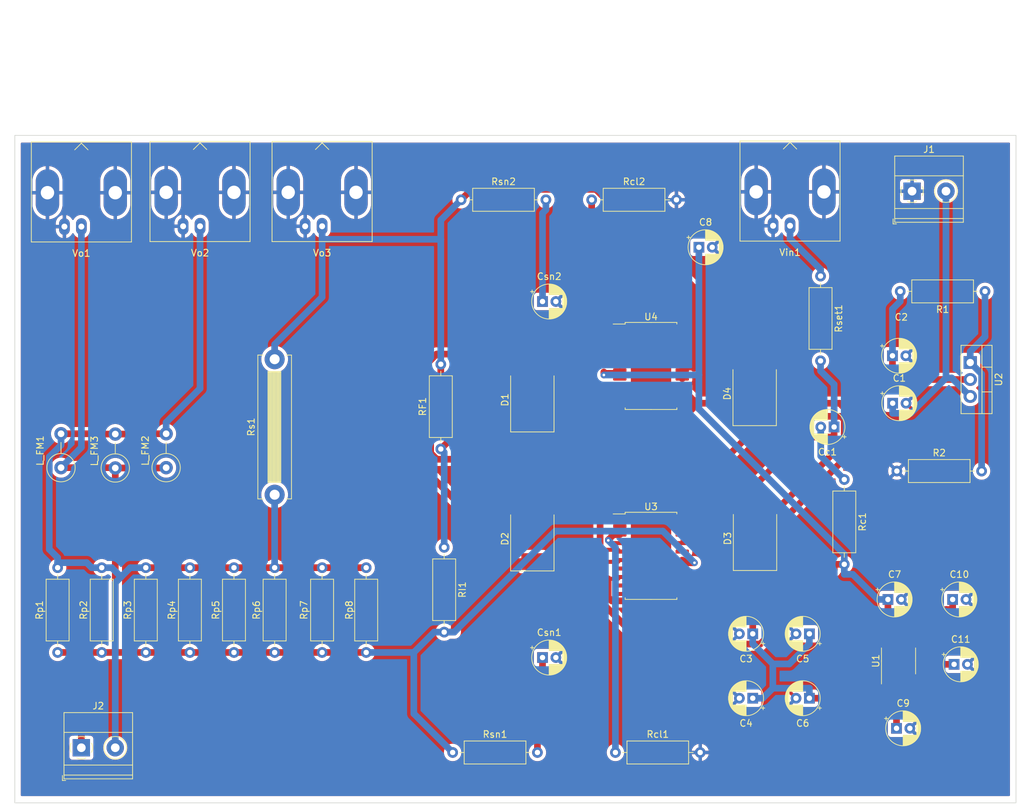
<source format=kicad_pcb>
(kicad_pcb (version 20211014) (generator pcbnew)
  (layers (0 "F.Cu" signal) (31 "B.Cu" signal) (34 "B.Paste" user) (35 "F.Paste" user) (36 "B.SilkS" user "B.Silkscreen") (37 "F.SilkS" user "F.Silkscreen") (38 "B.Mask" user) (39 "F.Mask" user) (44 "Edge.Cuts" user))
  (net 0 "")
  (net 1 "Net-(C1-Pad1)")
  (net 2 "GND")
  (net 3 "Vcc")
  (net 4 "Vref")
  (net 5 "Net-(C10-Pad1)")
  (net 6 "Imon")
  (net 7 "Net-(Cc1-Pad2)")
  (net 8 "Net-(Csn1-Pad1)")
  (net 9 "Net-(Csn2-Pad1)")
  (net 10 "Vm1")
  (net 11 "Vm3")
  (net 12 "Vm2")
  (net 13 "Net-(R1-Pad1)")
  (net 14 "Net-(Rcl1-Pad1)")
  (net 15 "Net-(Rcl2-Pad1)")
  (net 16 "unconnected-(RF1-Pad1)")
  (net 17 "Net-(Rset1-Pad1)")
  (net 27 "Net-(U4-Pad1)")
  (footprint "Diode_SMD:D_SMC" (layer "F.Cu") (at 150.876 113.792 90)
    (fp_text reference "D2" (at 0 -4.1 90) (layer "F.SilkS"))
    (fp_text value "0.35V")
    (pad "1" smd rect (at -3.4 0 180) (size 3.3 2.5) (layers "F.Cu" "F.Paste" "F.Mask") (net 10 "Vm1"))
    (pad "2" smd rect (at 3.4 0 180) (size 3.3 2.5) (layers "F.Cu" "F.Paste" "F.Mask") (net 2 "GND"))
  )
  (footprint "Inductor_THT:L_Axial_L9.5mm_D4.0mm_P5.08mm_Vertical_Fastron_SMCC" (layer "F.Cu") (at 88.392 103.172 90)
    (fp_text reference "L_FM3" (at 2.54 -3.12 90) (layer "F.SilkS"))
    (fp_text value "0.1mH")
    (pad "1" thru_hole circle (at 0 0 90) (size 2 2) (drill 1) (layers *.Cu *.Mask) (net 10 "Vm1"))
    (pad "2" thru_hole oval (at 5.08 0 90) (size 2 2) (drill 1) (layers *.Cu *.Mask) (net 12 "Vm2"))
  )
  (footprint "Resistor_THT:R_Axial_DIN0309_L9.0mm_D3.2mm_P12.70mm_Horizontal" (layer "F.Cu") (at 194.056 74.422 -90)
    (fp_text reference "Rset1" (at 6.35 -2.72 90) (layer "F.SilkS"))
    (fp_text value "475")
    (pad "1" thru_hole circle (at 0 0 270) (size 1.6 1.6) (drill 0.8) (layers *.Cu *.Mask) (net 17 "Net-(Rset1-Pad1)"))
    (pad "2" thru_hole oval (at 12.7 0 270) (size 1.6 1.6) (drill 0.8) (layers *.Cu *.Mask) (net 6 "Imon"))
  )
  (footprint "Connector_Coaxial:BNC_Amphenol_B6252HB-NPP3G-50_Horizontal" (layer "F.Cu") (at 101.092 66.958)
    (fp_text reference "Vo2" (at 0 4) (layer "F.SilkS"))
    (fp_text value "Output")
    (pad "1" thru_hole oval (at 0 0) (size 1.6 2.5) (drill 0.89) (layers *.Cu *.Mask) (net 12 "Vm2"))
    (pad "2" thru_hole oval (at -2.54 0) (size 1.6 2.5) (drill 0.89) (layers *.Cu *.Mask) (net 2 "GND"))
    (pad "2" thru_hole oval (at -5.08 -5.08) (size 3.5 7) (drill 2.01) (layers *.Cu *.Mask) (net 2 "GND"))
    (pad "2" thru_hole oval (at 5.08 -5.08) (size 3.5 7) (drill 2.01) (layers *.Cu *.Mask) (net 2 "GND"))
  )
  (footprint "Inductor_THT:L_Axial_L9.5mm_D4.0mm_P5.08mm_Vertical_Fastron_SMCC" (layer "F.Cu") (at 80.264 103.124 90)
    (fp_text reference "L_FM1" (at 2.54 -3.12 90) (layer "F.SilkS"))
    (fp_text value "0.1mH")
    (pad "1" thru_hole circle (at 0 0 90) (size 2 2) (drill 1) (layers *.Cu *.Mask) (net 10 "Vm1"))
    (pad "2" thru_hole oval (at 5.08 0 90) (size 2 2) (drill 1) (layers *.Cu *.Mask) (net 12 "Vm2"))
  )
  (footprint "Capacitor_THT:CP_Radial_D5.0mm_P2.00mm" (layer "F.Cu") (at 205.4352 142.175)
    (fp_text reference "C9" (at 1 -3.75) (layer "F.SilkS"))
    (fp_text value "1uF")
    (pad "1" thru_hole rect (at 0 0) (size 1.6 1.6) (drill 0.8) (layers *.Cu *.Mask) (net 3 "Vcc"))
    (pad "2" thru_hole circle (at 2 0) (size 1.6 1.6) (drill 0.8) (layers *.Cu *.Mask) (net 2 "GND"))
  )
  (footprint "Capacitor_THT:CP_Radial_D5.0mm_P2.00mm" (layer "F.Cu") (at 192.3813 137.668 180)
    (fp_text reference "C6" (at 1 -3.75) (layer "F.SilkS"))
    (fp_text value "47uF")
    (pad "1" thru_hole rect (at 0 0 180) (size 1.6 1.6) (drill 0.8) (layers *.Cu *.Mask) (net 3 "Vcc"))
    (pad "2" thru_hole circle (at 2 0 180) (size 1.6 1.6) (drill 0.8) (layers *.Cu *.Mask) (net 2 "GND"))
  )
  (footprint "Package_TO_SOT_THT:TO-220-3_Vertical" (layer "F.Cu") (at 216.479 87.376 -90)
    (fp_text reference "U2" (at 2.54 -4.27 90) (layer "F.SilkS"))
    (fp_text value "LM317_TO-220")
    (pad "1" thru_hole rect (at 0 0 270) (size 1.905 2) (drill 1.1) (layers *.Cu *.Mask) (net 13 "Net-(R1-Pad1)"))
    (pad "2" thru_hole oval (at 2.54 0 270) (size 1.905 2) (drill 1.1) (layers *.Cu *.Mask) (net 3 "Vcc"))
    (pad "3" thru_hole oval (at 5.08 0 270) (size 1.905 2) (drill 1.1) (layers *.Cu *.Mask) (net 1 "Net-(C1-Pad1)"))
  )
  (footprint "Resistor_THT:R_Axial_DIN0309_L9.0mm_D3.2mm_P12.70mm_Horizontal" (layer "F.Cu") (at 163.322 145.796)
    (fp_text reference "Rcl1" (at 6.35 -2.72) (layer "F.SilkS"))
    (fp_text value "5.49k")
    (pad "1" thru_hole circle (at 0 0) (size 1.6 1.6) (drill 0.8) (layers *.Cu *.Mask) (net 14 "Net-(Rcl1-Pad1)"))
    (pad "2" thru_hole oval (at 12.7 0) (size 1.6 1.6) (drill 0.8) (layers *.Cu *.Mask) (net 2 "GND"))
  )
  (footprint "Resistor_THT:R_Axial_DIN0309_L9.0mm_D3.2mm_P12.70mm_Horizontal" (layer "F.Cu") (at 197.612 104.902 -90)
    (fp_text reference "Rc1" (at 6.35 -2.72 90) (layer "F.SilkS"))
    (fp_text value "249")
    (pad "1" thru_hole circle (at 0 0 270) (size 1.6 1.6) (drill 0.8) (layers *.Cu *.Mask) (net 7 "Net-(Cc1-Pad2)"))
    (pad "2" thru_hole oval (at 12.7 0 270) (size 1.6 1.6) (drill 0.8) (layers *.Cu *.Mask) (net 4 "Vref"))
  )
  (footprint "Resistor_THT:R_Axial_DIN0309_L9.0mm_D3.2mm_P12.70mm_Horizontal" (layer "F.Cu") (at 112.268 130.81 90)
    (fp_text reference "Rp6" (at 6.35 -2.72 90) (layer "F.SilkS"))
    (fp_text value "1")
    (pad "1" thru_hole circle (at 0 0 90) (size 1.6 1.6) (drill 0.8) (layers *.Cu *.Mask) (net 10 "Vm1"))
    (pad "2" thru_hole oval (at 12.7 0 90) (size 1.6 1.6) (drill 0.8) (layers *.Cu *.Mask) (net 12 "Vm2"))
  )
  (footprint "Diode_SMD:D_SMC" (layer "F.Cu") (at 150.876 92.964 90)
    (fp_text reference "D1" (at 0 -4.1 90) (layer "F.SilkS"))
    (fp_text value "0.35V")
    (pad "1" smd rect (at -3.4 0 180) (size 3.3 2.5) (layers "F.Cu" "F.Paste" "F.Mask") (net 3 "Vcc"))
    (pad "2" smd rect (at 3.4 0 180) (size 3.3 2.5) (layers "F.Cu" "F.Paste" "F.Mask") (net 10 "Vm1"))
  )
  (footprint "Capacitor_THT:CP_Radial_D5.0mm_P2.00mm" (layer "F.Cu") (at 204.8618 93.472)
    (fp_text reference "C1" (at 1 -3.75) (layer "F.SilkS"))
    (fp_text value "47uF")
    (pad "1" thru_hole rect (at 0 0) (size 1.6 1.6) (drill 0.8) (layers *.Cu *.Mask) (net 1 "Net-(C1-Pad1)"))
    (pad "2" thru_hole circle (at 2 0) (size 1.6 1.6) (drill 0.8) (layers *.Cu *.Mask) (net 2 "GND"))
  )
  (footprint "Resistor_THT:R_Bare_Metal_Element_L21.3mm_W4.8mm_P20.30mm" (layer "F.Cu") (at 112.268 107.178 90)
    (fp_text reference "Rs1" (at 10.15 -3.52 90) (layer "F.SilkS"))
    (fp_text value "4")
    (pad "1" thru_hole circle (at 0 0 90) (size 3 3) (drill 1.5) (layers *.Cu *.Mask) (net 12 "Vm2"))
    (pad "2" thru_hole oval (at 20.3 0 90) (size 3 3) (drill 1.5) (layers *.Cu *.Mask) (net 11 "Vm3"))
  )
  (footprint "Package_SO:SO-20-1EP_7.52x12.825mm_P1.27mm_EP6.045x12.09mm_Mask3.56x4.47mm" (layer "F.Cu") (at 168.656 116.332)
    (fp_text reference "U3" (at 0 -7.36) (layer "F.SilkS"))
    (fp_text value "OPA569DWP")
    (pad "1" smd roundrect (at -4.675 -5.715) (size 2 0.6) (layers "F.Cu" "F.Paste" "F.Mask") (net 2 "GND"))
    (pad "2" smd roundrect (at -4.675 -4.445) (size 2 0.6) (layers "F.Cu" "F.Paste" "F.Mask"))
    (pad "3" smd roundrect (at -4.675 -3.175) (size 2 0.6) (layers "F.Cu" "F.Paste" "F.Mask") (net 14 "Net-(Rcl1-Pad1)"))
    (pad "4" smd roundrect (at -4.675 -1.905) (size 2 0.6) (layers "F.Cu" "F.Paste" "F.Mask"))
    (pad "5" smd roundrect (at -4.675 -0.635) (size 2 0.6) (layers "F.Cu" "F.Paste" "F.Mask") (net 6 "Imon"))
    (pad "6" smd roundrect (at -4.675 0.635) (size 2 0.6) (layers "F.Cu" "F.Paste" "F.Mask") (net 4 "Vref"))
    (pad "7" smd roundrect (at -4.675 1.905) (size 2 0.6) (layers "F.Cu" "F.Paste" "F.Mask"))
    (pad "8" smd roundrect (at -4.675 3.175) (size 2 0.6) (layers "F.Cu" "F.Paste" "F.Mask") (net 3 "Vcc"))
    (pad "9" smd roundrect (at -4.675 4.445) (size 2 0.6) (layers "F.Cu" "F.Paste" "F.Mask"))
    (pad "10" smd roundrect (at -4.675 5.715) (size 2 0.6) (layers "F.Cu" "F.Paste" "F.Mask") (net 2 "GND"))
    (pad "11" smd roundrect (at 4.675 5.715) (size 2 0.6) (layers "F.Cu" "F.Paste" "F.Mask") (net 2 "GND"))
    (pad "12" smd roundrect (at 4.675 4.445) (size 2 0.6) (layers "F.Cu" "F.Paste" "F.Mask") (net 3 "Vcc"))
    (pad "13" smd roundrect (at 4.675 3.175) (size 2 0.6) (layers "F.Cu" "F.Paste" "F.Mask") (net 3 "Vcc"))
    (pad "14" smd roundrect (at 4.675 1.905) (size 2 0.6) (layers "F.Cu" "F.Paste" "F.Mask") (net 10 "Vm1"))
    (pad "15" smd roundrect (at 4.675 0.635) (size 2 0.6) (layers "F.Cu" "F.Paste" "F.Mask") (net 10 "Vm1"))
    (pad "16" smd roundrect (at 4.675 -0.635) (size 2 0.6) (layers "F.Cu" "F.Paste" "F.Mask"))
    (pad "17" smd roundrect (at 4.675 -1.905) (size 2 0.6) (layers "F.Cu" "F.Paste" "F.Mask") (net 2 "GND"))
    (pad "18" smd roundrect (at 4.675 -3.175) (size 2 0.6) (layers "F.Cu" "F.Paste" "F.Mask") (net 2 "GND"))
    (pad "19" smd roundrect (at 4.675 -4.445) (size 2 0.6) (layers "F.Cu" "F.Paste" "F.Mask") (net 6 "Imon"))
    (pad "20" smd roundrect (at 4.675 -5.715) (size 2 0.6) (layers "F.Cu" "F.Paste" "F.Mask") (net 2 "GND"))
    (pad "21" smd roundrect (at 0 0) (size 6.045 12.09) (layers "F.Cu") (roundrect_rratio 0.041356) (net 2 "GND"))
  )
  (footprint "Capacitor_THT:CP_Radial_D5.0mm_P2.00mm" (layer "F.Cu") (at 152.4 131.572)
    (fp_text reference "Csn1" (at 1 -3.75) (layer "F.SilkS"))
    (fp_text value "0.01uF")
    (pad "1" thru_hole rect (at 0 0) (size 1.6 1.6) (drill 0.8) (layers *.Cu *.Mask) (net 8 "Net-(Csn1-Pad1)"))
    (pad "2" thru_hole circle (at 2 0) (size 1.6 1.6) (drill 0.8) (layers *.Cu *.Mask) (net 2 "GND"))
  )
  (footprint "Inductor_THT:L_Axial_L9.5mm_D4.0mm_P5.08mm_Vertical_Fastron_SMCC" (layer "F.Cu") (at 96.012 103.124 90)
    (fp_text reference "L_FM2" (at 2.54 -3.12 90) (layer "F.SilkS"))
    (fp_text value "0.1mH")
    (pad "1" thru_hole circle (at 0 0 90) (size 2 2) (drill 1) (layers *.Cu *.Mask) (net 10 "Vm1"))
    (pad "2" thru_hole oval (at 5.08 0 90) (size 2 2) (drill 1) (layers *.Cu *.Mask) (net 12 "Vm2"))
  )
  (footprint "Resistor_THT:R_Axial_DIN0309_L9.0mm_D3.2mm_P12.70mm_Horizontal" (layer "F.Cu") (at 86.36 130.81 90)
    (fp_text reference "Rp2" (at 6.35 -2.72 90) (layer "F.SilkS"))
    (fp_text value "1")
    (pad "1" thru_hole circle (at 0 0 90) (size 1.6 1.6) (drill 0.8) (layers *.Cu *.Mask) (net 10 "Vm1"))
    (pad "2" thru_hole oval (at 12.7 0 90) (size 1.6 1.6) (drill 0.8) (layers *.Cu *.Mask) (net 12 "Vm2"))
  )
  (footprint "Resistor_THT:R_Axial_DIN0309_L9.0mm_D3.2mm_P12.70mm_Horizontal" (layer "F.Cu") (at 125.984 130.81 90)
    (fp_text reference "Rp8" (at 6.35 -2.54 90) (layer "F.SilkS"))
    (fp_text value "1")
    (pad "1" thru_hole circle (at 0 0 90) (size 1.6 1.6) (drill 0.8) (layers *.Cu *.Mask) (net 10 "Vm1"))
    (pad "2" thru_hole oval (at 12.7 0 90) (size 1.6 1.6) (drill 0.8) (layers *.Cu *.Mask) (net 12 "Vm2"))
  )
  (footprint "Resistor_THT:R_Axial_DIN0309_L9.0mm_D3.2mm_P12.70mm_Horizontal" (layer "F.Cu") (at 99.568 130.81 90)
    (fp_text reference "Rp4" (at 6.35 -2.72 90) (layer "F.SilkS"))
    (fp_text value "1")
    (pad "1" thru_hole circle (at 0 0 90) (size 1.6 1.6) (drill 0.8) (layers *.Cu *.Mask) (net 10 "Vm1"))
    (pad "2" thru_hole oval (at 12.7 0 90) (size 1.6 1.6) (drill 0.8) (layers *.Cu *.Mask) (net 12 "Vm2"))
  )
  (footprint "Capacitor_THT:CP_Radial_D5.0mm_P2.00mm" (layer "F.Cu") (at 175.8289 70.104)
    (fp_text reference "C8" (at 1 -3.75) (layer "F.SilkS"))
    (fp_text value "0.1uF")
    (pad "1" thru_hole rect (at 0 0) (size 1.6 1.6) (drill 0.8) (layers *.Cu *.Mask) (net 4 "Vref"))
    (pad "2" thru_hole circle (at 2 0) (size 1.6 1.6) (drill 0.8) (layers *.Cu *.Mask) (net 2 "GND"))
  )
  (footprint "Resistor_THT:R_Axial_DIN0309_L9.0mm_D3.2mm_P12.70mm_Horizontal" (layer "F.Cu") (at 140.208 62.992)
    (fp_text reference "Rsn2" (at 6.35 -2.72) (layer "F.SilkS"))
    (fp_text value "10")
    (pad "1" thru_hole circle (at 0 0) (size 1.6 1.6) (drill 0.8) (layers *.Cu *.Mask) (net 11 "Vm3"))
    (pad "2" thru_hole oval (at 12.7 0) (size 1.6 1.6) (drill 0.8) (layers *.Cu *.Mask) (net 9 "Net-(Csn2-Pad1)"))
  )
  (footprint "Capacitor_THT:CP_Radial_D5.0mm_P2.00mm" (layer "F.Cu") (at 192.3813 128.016 180)
    (fp_text reference "C5" (at 1 -3.75) (layer "F.SilkS"))
    (fp_text value "0.1uF")
    (pad "1" thru_hole rect (at 0 0 180) (size 1.6 1.6) (drill 0.8) (layers *.Cu *.Mask) (net 3 "Vcc"))
    (pad "2" thru_hole circle (at 2 0 180) (size 1.6 1.6) (drill 0.8) (layers *.Cu *.Mask) (net 2 "GND"))
  )
  (footprint "Diode_SMD:D_SMC" (layer "F.Cu") (at 184.2384 113.7314 90)
    (fp_text reference "D3" (at 0 -4.1 90) (layer "F.SilkS"))
    (fp_text value "0.35V")
    (pad "1" smd rect (at -3.4 0 180) (size 3.3 2.5) (layers "F.Cu" "F.Paste" "F.Mask") (net 3 "Vcc"))
    (pad "2" smd rect (at 3.4 0 180) (size 3.3 2.5) (layers "F.Cu" "F.Paste" "F.Mask") (net 11 "Vm3"))
  )
  (footprint "Resistor_THT:R_Axial_DIN0309_L9.0mm_D3.2mm_P12.70mm_Horizontal" (layer "F.Cu") (at 138.938 145.796)
    (fp_text reference "Rsn1" (at 6.35 -2.72) (layer "F.SilkS"))
    (fp_text value "10")
    (pad "1" thru_hole circle (at 0 0) (size 1.6 1.6) (drill 0.8) (layers *.Cu *.Mask) (net 10 "Vm1"))
    (pad "2" thru_hole oval (at 12.7 0) (size 1.6 1.6) (drill 0.8) (layers *.Cu *.Mask) (net 8 "Net-(Csn1-Pad1)"))
  )
  (footprint "Resistor_THT:R_Axial_DIN0309_L9.0mm_D3.2mm_P12.70mm_Horizontal" (layer "F.Cu") (at 119.38 130.81 90)
    (fp_text reference "Rp7" (at 6.35 -2.72 90) (layer "F.SilkS"))
    (fp_text value "1")
    (pad "1" thru_hole circle (at 0 0 90) (size 1.6 1.6) (drill 0.8) (layers *.Cu *.Mask) (net 10 "Vm1"))
    (pad "2" thru_hole oval (at 12.7 0 90) (size 1.6 1.6) (drill 0.8) (layers *.Cu *.Mask) (net 12 "Vm2"))
  )
  (footprint "Resistor_THT:R_Axial_DIN0309_L9.0mm_D3.2mm_P12.70mm_Horizontal" (layer "F.Cu") (at 218.694 76.708 180)
    (fp_text reference "R1" (at 6.35 -2.72) (layer "F.SilkS"))
    (fp_text value "240")
    (pad "1" thru_hole circle (at 0 0 180) (size 1.6 1.6) (drill 0.8) (layers *.Cu *.Mask) (net 13 "Net-(R1-Pad1)"))
    (pad "2" thru_hole oval (at 12.7 0 180) (size 1.6 1.6) (drill 0.8) (layers *.Cu *.Mask) (net 3 "Vcc"))
  )
  (footprint "Capacitor_THT:CP_Radial_D5.0mm_P2.00mm" (layer "F.Cu") (at 213.8468 122.871)
    (fp_text reference "C10" (at 1 -3.75) (layer "F.SilkS"))
    (fp_text value "1uF")
    (pad "1" thru_hole rect (at 0 0) (size 1.6 1.6) (drill 0.8) (layers *.Cu *.Mask) (net 5 "Net-(C10-Pad1)"))
    (pad "2" thru_hole circle (at 2 0) (size 1.6 1.6) (drill 0.8) (layers *.Cu *.Mask) (net 2 "GND"))
  )
  (footprint "TerminalBlock_Phoenix:TerminalBlock_Phoenix_MKDS-1,5-2-5.08_1x02_P5.08mm_Horizontal" (layer "F.Cu") (at 207.767 61.7)
    (fp_text reference "J1" (at 2.54 -6.26) (layer "F.SilkS"))
    (fp_text value "+10V")
    (pad "1" thru_hole rect (at 0 0) (size 2.6 2.6) (drill 1.3) (layers *.Cu *.Mask) (net 2 "GND"))
    (pad "2" thru_hole circle (at 5.08 0) (size 2.6 2.6) (drill 1.3) (layers *.Cu *.Mask) (net 1 "Net-(C1-Pad1)"))
  )
  (footprint "Resistor_THT:R_Axial_DIN0309_L9.0mm_D3.2mm_P12.70mm_Horizontal" (layer "F.Cu") (at 106.172 130.81 90)
    (fp_text reference "Rp5" (at 6.35 -2.72 90) (layer "F.SilkS"))
    (fp_text value "1")
    (pad "1" thru_hole circle (at 0 0 90) (size 1.6 1.6) (drill 0.8) (layers *.Cu *.Mask) (net 10 "Vm1"))
    (pad "2" thru_hole oval (at 12.7 0 90) (size 1.6 1.6) (drill 0.8) (layers *.Cu *.Mask) (net 12 "Vm2"))
  )
  (footprint "Capacitor_THT:CP_Radial_D5.0mm_P2.00mm" (layer "F.Cu") (at 196.088 97.028 180)
    (fp_text reference "Cc1" (at 1 -3.75) (layer "F.SilkS"))
    (fp_text value "0.47uF")
    (pad "1" thru_hole rect (at 0 0 180) (size 1.6 1.6) (drill 0.8) (layers *.Cu *.Mask) (net 6 "Imon"))
    (pad "2" thru_hole circle (at 2 0 180) (size 1.6 1.6) (drill 0.8) (layers *.Cu *.Mask) (net 7 "Net-(Cc1-Pad2)"))
  )
  (footprint "Capacitor_THT:CP_Radial_D5.0mm_P2.00mm" (layer "F.Cu") (at 183.896 128.016 180)
    (fp_text reference "C3" (at 1 -3.75) (layer "F.SilkS"))
    (fp_text value "0.1uF")
    (pad "1" thru_hole rect (at 0 0 180) (size 1.6 1.6) (drill 0.8) (layers *.Cu *.Mask) (net 3 "Vcc"))
    (pad "2" thru_hole circle (at 2 0 180) (size 1.6 1.6) (drill 0.8) (layers *.Cu *.Mask) (net 2 "GND"))
  )
  (footprint "Resistor_THT:R_Axial_DIN0309_L9.0mm_D3.2mm_P12.70mm_Horizontal" (layer "F.Cu") (at 205.486 103.632)
    (fp_text reference "R2" (at 6.35 -2.72) (layer "F.SilkS"))
    (fp_text value "720")
    (pad "1" thru_hole circle (at 0 0) (size 1.6 1.6) (drill 0.8) (layers *.Cu *.Mask) (net 2 "GND"))
    (pad "2" thru_hole oval (at 12.7 0) (size 1.6 1.6) (drill 0.8) (layers *.Cu *.Mask) (net 13 "Net-(R1-Pad1)"))
  )
  (footprint "Resistor_THT:R_Axial_DIN0309_L9.0mm_D3.2mm_P12.70mm_Horizontal" (layer "F.Cu") (at 79.756 130.81 90)
    (fp_text reference "Rp1" (at 6.35 -2.72 90) (layer "F.SilkS"))
    (fp_text value "1")
    (pad "1" thru_hole circle (at 0 0 90) (size 1.6 1.6) (drill 0.8) (layers *.Cu *.Mask) (net 10 "Vm1"))
    (pad "2" thru_hole oval (at 12.7 0 90) (size 1.6 1.6) (drill 0.8) (layers *.Cu *.Mask) (net 12 "Vm2"))
  )
  (footprint "Resistor_THT:R_Axial_DIN0309_L9.0mm_D3.2mm_P12.70mm_Horizontal" (layer "F.Cu") (at 137.668 115.062 -90)
    (fp_text reference "RI1" (at 6.35 -2.72 90) (layer "F.SilkS"))
    (fp_text value "1k")
    (pad "1" thru_hole circle (at 0 0 270) (size 1.6 1.6) (drill 0.8) (layers *.Cu *.Mask) (net 16 "unconnected-(RF1-Pad1)"))
    (pad "2" thru_hole oval (at 12.7 0 270) (size 1.6 1.6) (drill 0.8) (layers *.Cu *.Mask) (net 10 "Vm1"))
  )
  (footprint "Resistor_THT:R_Axial_DIN0309_L9.0mm_D3.2mm_P12.70mm_Horizontal" (layer "F.Cu") (at 92.964 130.81 90)
    (fp_text reference "Rp3" (at 6.35 -2.72 90) (layer "F.SilkS"))
    (fp_text value "1")
    (pad "1" thru_hole circle (at 0 0 90) (size 1.6 1.6) (drill 0.8) (layers *.Cu *.Mask) (net 10 "Vm1"))
    (pad "2" thru_hole oval (at 12.7 0 90) (size 1.6 1.6) (drill 0.8) (layers *.Cu *.Mask) (net 12 "Vm2"))
  )
  (footprint "Connector_Coaxial:BNC_Amphenol_B6252HB-NPP3G-50_Horizontal" (layer "F.Cu") (at 83.312 67.008)
    (fp_text reference "Vo1" (at 0 4) (layer "F.SilkS"))
    (fp_text value "Output")
    (pad "1" thru_hole oval (at 0 0) (size 1.6 2.5) (drill 0.89) (layers *.Cu *.Mask) (net 10 "Vm1"))
    (pad "2" thru_hole oval (at -2.54 0) (size 1.6 2.5) (drill 0.89) (layers *.Cu *.Mask) (net 2 "GND"))
    (pad "2" thru_hole oval (at 5.08 -5.08) (size 3.5 7) (drill 2.01) (layers *.Cu *.Mask) (net 2 "GND"))
    (pad "2" thru_hole oval (at -5.08 -5.08) (size 3.5 7) (drill 2.01) (layers *.Cu *.Mask) (net 2 "GND"))
  )
  (footprint "Capacitor_THT:CP_Radial_D5.0mm_P2.00mm" (layer "F.Cu") (at 214.0636 132.588)
    (fp_text reference "C11" (at 1 -3.75) (layer "F.SilkS"))
    (fp_text value "47uF")
    (pad "1" thru_hole rect (at 0 0) (size 1.6 1.6) (drill 0.8) (layers *.Cu *.Mask) (net 4 "Vref"))
    (pad "2" thru_hole circle (at 2 0) (size 1.6 1.6) (drill 0.8) (layers *.Cu *.Mask) (net 2 "GND"))
  )
  (footprint "Connector_Coaxial:BNC_Amphenol_B6252HB-NPP3G-50_Horizontal" (layer "F.Cu") (at 119.38 66.958)
    (fp_text reference "Vo3" (at 0 4) (layer "F.SilkS"))
    (fp_text value "Output")
    (pad "1" thru_hole oval (at 0 0) (size 1.6 2.5) (drill 0.89) (layers *.Cu *.Mask) (net 11 "Vm3"))
    (pad "2" thru_hole oval (at -5.08 -5.08) (size 3.5 7) (drill 2.01) (layers *.Cu *.Mask) (net 2 "GND"))
    (pad "2" thru_hole oval (at 5.08 -5.08) (size 3.5 7) (drill 2.01) (layers *.Cu *.Mask) (net 2 "GND"))
    (pad "2" thru_hole oval (at -2.54 0) (size 1.6 2.5) (drill 0.89) (layers *.Cu *.Mask) (net 2 "GND"))
  )
  (footprint "Package_SO:SOIC-8_3.9x4.9mm_P1.27mm" (layer "F.Cu") (at 205.74 132.08 90)
    (fp_text reference "U1" (at 0 -3.4 90) (layer "F.SilkS"))
    (fp_text value "REF5025AD")
    (pad "1" smd roundrect (at -2.475 -1.905 90) (size 1.95 0.6) (layers "F.Cu" "F.Paste" "F.Mask"))
    (pad "2" smd roundrect (at -2.475 -0.635 90) (size 1.95 0.6) (layers "F.Cu" "F.Paste" "F.Mask") (net 3 "Vcc"))
    (pad "3" smd roundrect (at -2.475 0.635 90) (size 1.95 0.6) (layers "F.Cu" "F.Paste" "F.Mask"))
    (pad "4" smd roundrect (at -2.475 1.905 90) (size 1.95 0.6) (layers "F.Cu" "F.Paste" "F.Mask") (net 2 "GND"))
    (pad "5" smd roundrect (at 2.475 1.905 90) (size 1.95 0.6) (layers "F.Cu" "F.Paste" "F.Mask") (net 5 "Net-(C10-Pad1)"))
    (pad "6" smd roundrect (at 2.475 0.635 90) (size 1.95 0.6) (layers "F.Cu" "F.Paste" "F.Mask") (net 4 "Vref"))
    (pad "7" smd roundrect (at 2.475 -0.635 90) (size 1.95 0.6) (layers "F.Cu" "F.Paste" "F.Mask"))
    (pad "8" smd roundrect (at 2.475 -1.905 90) (size 1.95 0.6) (layers "F.Cu" "F.Paste" "F.Mask"))
  )
  (footprint "Capacitor_THT:CP_Radial_D5.0mm_P2.00mm" (layer "F.Cu") (at 183.896 137.668 180)
    (fp_text reference "C4" (at 1 -3.75) (layer "F.SilkS"))
    (fp_text value "47uF")
    (pad "1" thru_hole rect (at 0 0 180) (size 1.6 1.6) (drill 0.8) (layers *.Cu *.Mask) (net 3 "Vcc"))
    (pad "2" thru_hole circle (at 2 0 180) (size 1.6 1.6) (drill 0.8) (layers *.Cu *.Mask) (net 2 "GND"))
  )
  (footprint "Connector_Coaxial:BNC_Amphenol_B6252HB-NPP3G-50_Horizontal" (layer "F.Cu") (at 189.484 66.884)
    (fp_text reference "Vin1" (at 0 4) (layer "F.SilkS"))
    (fp_text value "Input")
    (pad "1" thru_hole oval (at 0 0) (size 1.6 2.5) (drill 0.89) (layers *.Cu *.Mask) (net 17 "Net-(Rset1-Pad1)"))
    (pad "2" thru_hole oval (at -2.54 0) (size 1.6 2.5) (drill 0.89) (layers *.Cu *.Mask) (net 2 "GND"))
    (pad "2" thru_hole oval (at -5.08 -5.08) (size 3.5 7) (drill 2.01) (layers *.Cu *.Mask) (net 2 "GND"))
    (pad "2" thru_hole oval (at 5.08 -5.08) (size 3.5 7) (drill 2.01) (layers *.Cu *.Mask) (net 2 "GND"))
  )
  (footprint "TerminalBlock_Phoenix:TerminalBlock_Phoenix_MKDS-1,5-2-5.08_1x02_P5.08mm_Horizontal" (layer "F.Cu") (at 83.307 145.085)
    (fp_text reference "J2" (at 2.54 -6.26) (layer "F.SilkS"))
    (fp_text value "Iout")
    (pad "1" thru_hole rect (at 0 0) (size 2.6 2.6) (drill 1.3) (layers *.Cu *.Mask) (net 10 "Vm1"))
    (pad "2" thru_hole circle (at 5.08 0) (size 2.6 2.6) (drill 1.3) (layers *.Cu *.Mask) (net 12 "Vm2"))
  )
  (footprint "Capacitor_THT:CP_Radial_D5.0mm_P2.00mm" (layer "F.Cu") (at 204.8298 86.36)
    (fp_text reference "C2" (at 1.325 -5.782) (layer "F.SilkS"))
    (fp_text value "47uF")
    (pad "1" thru_hole rect (at 0 0) (size 1.6 1.6) (drill 0.8) (layers *.Cu *.Mask) (net 3 "Vcc"))
    (pad "2" thru_hole circle (at 2 0) (size 1.6 1.6) (drill 0.8) (layers *.Cu *.Mask) (net 2 "GND"))
  )
  (footprint "Resistor_THT:R_Axial_DIN0309_L9.0mm_D3.2mm_P12.70mm_Horizontal" (layer "F.Cu") (at 159.766 62.992)
    (fp_text reference "Rcl2" (at 6.35 -2.72) (layer "F.SilkS"))
    (fp_text value "5.49k")
    (pad "1" thru_hole circle (at 0 0) (size 1.6 1.6) (drill 0.8) (layers *.Cu *.Mask) (net 15 "Net-(Rcl2-Pad1)"))
    (pad "2" thru_hole oval (at 12.7 0) (size 1.6 1.6) (drill 0.8) (layers *.Cu *.Mask) (net 2 "GND"))
  )
  (footprint "Diode_SMD:D_SMC" (layer "F.Cu") (at 184.1816 92.0336 90)
    (fp_text reference "D4" (at 0 -4.1 90) (layer "F.SilkS"))
    (fp_text value "0.35V")
    (pad "1" smd rect (at -3.4 0 180) (size 3.3 2.5) (layers "F.Cu" "F.Paste" "F.Mask") (net 11 "Vm3"))
    (pad "2" smd rect (at 3.4 0 180) (size 3.3 2.5) (layers "F.Cu" "F.Paste" "F.Mask") (net 2 "GND"))
  )
  (footprint "Capacitor_THT:CP_Radial_D5.0mm_P2.00mm" (layer "F.Cu") (at 204.1499 122.871)
    (fp_text reference "C7" (at 1 -3.75) (layer "F.SilkS"))
    (fp_text value "0.1uF")
    (pad "1" thru_hole rect (at 0 0) (size 1.6 1.6) (drill 0.8) (layers *.Cu *.Mask) (net 4 "Vref"))
    (pad "2" thru_hole circle (at 2 0) (size 1.6 1.6) (drill 0.8) (layers *.Cu *.Mask) (net 2 "GND"))
  )
  (footprint "Package_SO:SO-20-1EP_7.52x12.825mm_P1.27mm_EP6.045x12.09mm_Mask3.56x4.47mm" (layer "F.Cu") (at 168.656 87.884)
    (fp_text reference "U4" (at 0 -7.36) (layer "F.SilkS"))
    (fp_text value "OPA569DWP")
    (pad "1" smd roundrect (at -4.675 -5.715) (size 2 0.6) (layers "F.Cu" "F.Paste" "F.Mask") (net 27 "Net-(U4-Pad1)"))
    (pad "2" smd roundrect (at -4.675 -4.445) (size 2 0.6) (layers "F.Cu" "F.Paste" "F.Mask"))
    (pad "3" smd roundrect (at -4.675 -3.175) (size 2 0.6) (layers "F.Cu" "F.Paste" "F.Mask") (net 15 "Net-(Rcl2-Pad1)"))
    (pad "4" smd roundrect (at -4.675 -1.905) (size 2 0.6) (layers "F.Cu" "F.Paste" "F.Mask"))
    (pad "5" smd roundrect (at -4.675 -0.635) (size 2 0.6) (layers "F.Cu" "F.Paste" "F.Mask") (net 16 "unconnected-(RF1-Pad1)"))
    (pad "6" smd roundrect (at -4.675 0.635) (size 2 0.6) (layers "F.Cu" "F.Paste" "F.Mask") (net 4 "Vref"))
    (pad "7" smd roundrect (at -4.675 1.905) (size 2 0.6) (layers "F.Cu" "F.Paste" "F.Mask"))
    (pad "8" smd roundrect (at -4.675 3.175) (size 2 0.6) (layers "F.Cu" "F.Paste" "F.Mask") (net 3 "Vcc"))
    (pad "9" smd roundrect (at -4.675 4.445) (size 2 0.6) (layers "F.Cu" "F.Paste" "F.Mask"))
    (pad "10" smd roundrect (at -4.675 5.715) (size 2 0.6) (layers "F.Cu" "F.Paste" "F.Mask") (net 27 "Net-(U4-Pad1)"))
    (pad "11" smd roundrect (at 4.675 5.715) (size 2 0.6) (layers "F.Cu" "F.Paste" "F.Mask") (net 27 "Net-(U4-Pad1)"))
    (pad "12" smd roundrect (at 4.675 4.445) (size 2 0.6) (layers "F.Cu" "F.Paste" "F.Mask") (net 3 "Vcc"))
    (pad "13" smd roundrect (at 4.675 3.175) (size 2 0.6) (layers "F.Cu" "F.Paste" "F.Mask") (net 3 "Vcc"))
    (pad "14" smd roundrect (at 4.675 1.905) (size 2 0.6) (layers "F.Cu" "F.Paste" "F.Mask") (net 11 "Vm3"))
    (pad "15" smd roundrect (at 4.675 0.635) (size 2 0.6) (layers "F.Cu" "F.Paste" "F.Mask") (net 11 "Vm3"))
    (pad "16" smd roundrect (at 4.675 -0.635) (size 2 0.6) (layers "F.Cu" "F.Paste" "F.Mask"))
    (pad "17" smd roundrect (at 4.675 -1.905) (size 2 0.6) (layers "F.Cu" "F.Paste" "F.Mask") (net 2 "GND"))
    (pad "18" smd roundrect (at 4.675 -3.175) (size 2 0.6) (layers "F.Cu" "F.Paste" "F.Mask") (net 2 "GND"))
    (pad "19" smd roundrect (at 4.675 -4.445) (size 2 0.6) (layers "F.Cu" "F.Paste" "F.Mask"))
    (pad "20" smd roundrect (at 4.675 -5.715) (size 2 0.6) (layers "F.Cu" "F.Paste" "F.Mask") (net 27 "Net-(U4-Pad1)"))
    (pad "21" smd roundrect (at 0 0) (size 6.045 12.09) (layers "F.Cu") (roundrect_rratio 0.041356) (net 27 "Net-(U4-Pad1)"))
  )
  (footprint "Capacitor_THT:CP_Radial_D5.0mm_P2.00mm" (layer "F.Cu") (at 152.4 78.232)
    (fp_text reference "Csn2" (at 1 -3.75) (layer "F.SilkS"))
    (fp_text value "0.01uF")
    (pad "1" thru_hole rect (at 0 0) (size 1.6 1.6) (drill 0.8) (layers *.Cu *.Mask) (net 9 "Net-(Csn2-Pad1)"))
    (pad "2" thru_hole circle (at 2 0) (size 1.6 1.6) (drill 0.8) (layers *.Cu *.Mask) (net 2 "GND"))
  )
  (footprint "Resistor_THT:R_Axial_DIN0309_L9.0mm_D3.2mm_P12.70mm_Horizontal" (layer "F.Cu") (at 137.16 100.33 90)
    (fp_text reference "RF1" (at 6.35 -2.72 90) (layer "F.SilkS"))
    (fp_text value "1k")
    (pad "1" thru_hole circle (at 0 0 90) (size 1.6 1.6) (drill 0.8) (layers *.Cu *.Mask) (net 16 "unconnected-(RF1-Pad1)"))
    (pad "2" thru_hole oval (at 12.7 0 90) (size 1.6 1.6) (drill 0.8) (layers *.Cu *.Mask) (net 11 "Vm3"))
  )
  (gr_rect (start 73.336 53.34) (end 223.336 153.34) (layer "Edge.Cuts") (width 0.1) (fill none))
  (segment (start 207.5654 94.9739) (end 204.8618 94.9739) (width 1) (layer "B.Cu") (net 1))
  (segment (start 212.847 89.6923) (end 213.7153 89.6923) (width 1) (layer "B.Cu") (net 1))
  (segment (start 204.8618 93.472) (end 204.8618 94.9739) (width 1) (layer "B.Cu") (net 1))
  (segment (start 213.7153 89.6923) (end 216.479 92.456) (width 1) (layer "B.Cu") (net 1))
  (segment (start 212.847 89.6923) (end 207.5654 94.9739) (width 1) (layer "B.Cu") (net 1))
  (segment (start 212.847 61.7) (end 212.847 89.6923) (width 1) (layer "B.Cu") (net 1))
  (segment (start 205.105 134.555) (end 205.105 137.668) (width 1) (layer "F.Cu") (net 3))
  (segment (start 162.2304 119.776) (end 163.712 119.776) (width 0.601) (layer "F.Cu") (net 3))
  (segment (start 204.8298 87.8619) (end 198.0624 94.6293) (width 1) (layer "F.Cu") (net 3))
  (segment (start 173.331 119.507) (end 173.331 120.777) (width 1) (layer "F.Cu") (net 3))
  (segment (start 184.2384 119.0833) (end 181.2327 122.089) (width 1) (layer "F.Cu") (net 3))
  (segment (start 175.0389 121.046) (end 173.6 121.046) (width 0.601) (layer "F.Cu") (net 3))
  (segment (start 184.2384 117.1314) (end 184.2384 115.1795) (width 1) (layer "F.Cu") (net 3))
  (segment (start 162.9717 94.8058) (end 162.2275 94.0616) (width 1) (layer "F.Cu") (net 3))
  (segment (start 183.896 128.016) (end 183.896 124.7523) (width 1) (layer "F.Cu") (net 3))
  (segment (start 175.0389 122.573) (end 174.53 123.0819) (width 1) (layer "F.Cu") (net 3))
  (segment (start 181.2327 122.089) (end 180.1897 121.046) (width 1) (layer "F.Cu") (net 3))
  (segment (start 162.2275 94.0616) (end 162.2275 91.328) (width 1) (layer "F.Cu") (net 3))
  (segment (start 206.8839 89.916) (end 204.8298 87.8619) (width 1) (layer "F.Cu") (net 3))
  (segment (start 198.8012 95.3681) (end 198.8012 100.6167) (width 1) (layer "F.Cu") (net 3))
  (segment (start 216.479 89.916) (end 206.8839 89.916) (width 1) (layer "F.Cu") (net 3))
  (segment (start 180.1897 121.046) (end 175.0389 121.046) (width 0.601) (layer "F.Cu") (net 3))
  (segment (start 174.3615 94.8058) (end 162.9717 94.8058) (width 1) (layer "F.Cu") (net 3))
  (segment (start 175.0389 121.046) (end 175.0389 122.573) (width 1) (layer "F.Cu") (net 3))
  (segment (start 184.2384 118.1073) (end 184.2384 117.1314) (width 1) (layer "F.Cu") (net 3))
  (segment (start 205.4352 142.175) (end 205.4352 140.6731) (width 1) (layer "F.Cu") (net 3))
  (segment (start 174.3231 92.329) (end 175.0581 93.064) (width 1) (layer "F.Cu") (net 3))
  (segment (start 174.53 123.0819) (end 162.7677 123.0819) (width 1) (layer "F.Cu") (net 3))
  (segment (start 175.0581 93.064) (end 175.0581 93.4712) (width 1) (layer "F.Cu") (net 3))
  (segment (start 192.3813 137.668) (end 205.105 137.668) (width 1) (layer "F.Cu") (net 3))
  (segment (start 163.712 119.776) (end 163.981 119.507) (width 0.601) (layer "F.Cu") (net 3))
  (segment (start 162.7677 123.0819) (end 162.2304 122.5446) (width 1) (layer "F.Cu") (net 3))
  (segment (start 205.105 140.3429) (end 205.4352 140.6731) (width 1) (layer "F.Cu") (net 3))
  (segment (start 175.0581 93.4712) (end 196.9043 93.4712) (width 1) (layer "F.Cu") (net 3))
  (segment (start 162.2304 122.5446) (end 162.2304 119.776) (width 1) (layer "F.Cu") (net 3))
  (segment (start 173.6 121.046) (end 173.331 120.777) (width 0.601) (layer "F.Cu") (net 3))
  (segment (start 204.8298 86.36) (end 204.8298 87.8619) (width 1) (layer "F.Cu") (net 3))
  (segment (start 196.9043 93.4712) (end 198.0624 94.6293) (width 1) (layer "F.Cu") (net 3))
  (segment (start 175.0581 93.4712) (end 175.0581 94.1092) (width 1) (layer "F.Cu") (net 3))
  (segment (start 162.2275 94.0616) (end 159.9251 96.364) (width 1) (layer "F.Cu") (net 3))
  (segment (start 163.712 91.328) (end 163.981 91.059) (width 0.601) (layer "F.Cu") (net 3))
  (segment (start 183.896 124.7523) (end 181.2327 122.089) (width 1) (layer "F.Cu") (net 3))
  (segment (start 184.2384 118.1073) (end 184.2384 119.0833) (width 1) (layer "F.Cu") (net 3))
  (segment (start 205.105 137.668) (end 205.105 140.3429) (width 1) (layer "F.Cu") (net 3))
  (segment (start 198.0624 94.6293) (end 198.8012 95.3681) (width 1) (layer "F.Cu") (net 3))
  (segment (start 162.2275 91.328) (end 163.712 91.328) (width 0.601) (layer "F.Cu") (net 3))
  (segment (start 173.331 92.329) (end 173.331 91.059) (width 1) (layer "F.Cu") (net 3))
  (segment (start 159.9251 96.364) (end 150.876 96.364) (width 1) (layer "F.Cu") (net 3))
  (segment (start 175.0581 94.1092) (end 174.3615 94.8058) (width 1) (layer "F.Cu") (net 3))
  (segment (start 198.8012 100.6167) (end 184.2384 115.1795) (width 1) (layer "F.Cu") (net 3))
  (segment (start 173.331 92.329) (end 174.3231 92.329) (width 1) (layer "F.Cu") (net 3))
  (segment (start 205.994 76.708) (end 205.994 78.2099) (width 1) (layer "B.Cu") (net 3))
  (segment (start 192.3813 137.668) (end 192.3813 136.1661) (width 1) (layer "B.Cu") (net 3))
  (segment (start 186.906 132.5279) (end 186.906 136.1599) (width 1) (layer "B.Cu") (net 3))
  (segment (start 186.9122 136.1661) (end 186.906 136.1599) (width 1) (layer "B.Cu") (net 3))
  (segment (start 186.906 136.1599) (end 185.3979 137.668) (width 1) (layer "B.Cu") (net 3))
  (segment (start 183.896 137.668) (end 185.3979 137.668) (width 1) (layer "B.Cu") (net 3))
  (segment (start 189.3713 132.5279) (end 192.3813 129.5179) (width 1) (layer "B.Cu") (net 3))
  (segment (start 192.3813 136.1661) (end 186.9122 136.1661) (width 1) (layer "B.Cu") (net 3))
  (segment (start 183.896 129.5179) (end 186.906 132.5279) (width 1) (layer "B.Cu") (net 3))
  (segment (start 186.906 132.5279) (end 189.3713 132.5279) (width 1) (layer "B.Cu") (net 3))
  (segment (start 183.896 128.016) (end 183.896 129.5179) (width 1) (layer "B.Cu") (net 3))
  (segment (start 204.8298 79.3741) (end 205.994 78.2099) (width 1) (layer "B.Cu") (net 3))
  (segment (start 204.8298 86.36) (end 204.8298 79.3741) (width 1) (layer "B.Cu") (net 3))
  (segment (start 192.3813 128.016) (end 192.3813 129.5179) (width 1) (layer "B.Cu") (net 3))
  (segment (start 161.5879 88.788) (end 163.712 88.788) (width 0.601) (layer "F.Cu") (net 4))
  (segment (start 163.712 88.788) (end 163.981 88.519) (width 0.601) (layer "F.Cu") (net 4))
  (segment (start 160.9532 123.0027) (end 160.9532 117.236) (width 1) (layer "F.Cu") (net 4))
  (segment (start 204.1499 122.871) (end 204.1499 124.3729) (width 1) (layer "F.Cu") (net 4))
  (segment (start 185.0057 129.5512) (end 167.5017 129.5512) (width 1) (layer "F.Cu") (net 4))
  (segment (start 204.1499 124.3729) (end 206.375 126.598) (width 1) (layer "F.Cu") (net 4))
  (segment (start 167.5017 129.5512) (end 160.9532 123.0027) (width 1) (layer "F.Cu") (net 4))
  (segment (start 197.612 117.602) (end 196.1101 117.602) (width 1) (layer "F.Cu") (net 4))
  (segment (start 206.375 130.5594) (end 208.4036 132.588) (width 1) (layer "F.Cu") (net 4))
  (segment (start 206.375 126.598) (end 206.375 129.605) (width 1) (layer "F.Cu") (net 4))
  (segment (start 206.375 129.605) (end 206.375 130.5594) (width 1) (layer "F.Cu") (net 4))
  (segment (start 163.712 117.236) (end 163.981 116.967) (width 0.601) (layer "F.Cu") (net 4))
  (segment (start 208.4036 132.588) (end 214.0636 132.588) (width 1) (layer "F.Cu") (net 4))
  (segment (start 196.1101 118.4468) (end 185.0057 129.5512) (width 1) (layer "F.Cu") (net 4))
  (segment (start 196.1101 117.602) (end 196.1101 118.4468) (width 1) (layer "F.Cu") (net 4))
  (segment (start 161.5879 89.2413) (end 161.5879 88.788) (width 1) (layer "F.Cu") (net 4))
  (segment (start 160.9532 117.236) (end 163.712 117.236) (width 0.601) (layer "F.Cu") (net 4))
  (via (at 161.5879 89.2413) (size 0.8) (drill 0.4) (layers "F.Cu" "B.Cu") (net 4))
  (segment (start 175.8289 70.104) (end 175.8289 89.2413) (width 1) (layer "B.Cu") (net 4))
  (segment (start 175.8289 94.317) (end 197.612 116.1001) (width 1) (layer "B.Cu") (net 4))
  (segment (start 197.612 117.602) (end 197.612 116.1001) (width 1) (layer "B.Cu") (net 4))
  (segment (start 202.648 122.871) (end 198.8809 119.1039) (width 1) (layer "B.Cu") (net 4))
  (segment (start 198.8809 119.1039) (end 197.612 119.1039) (width 1) (layer "B.Cu") (net 4))
  (segment (start 175.8289 89.2413) (end 175.8289 94.317) (width 1) (layer "B.Cu") (net 4))
  (segment (start 204.1499 122.871) (end 202.648 122.871) (width 1) (layer "B.Cu") (net 4))
  (segment (start 197.612 117.602) (end 197.612 119.1039) (width 1) (layer "B.Cu") (net 4))
  (segment (start 175.8289 89.2413) (end 161.5879 89.2413) (width 1) (layer "B.Cu") (net 4))
  (segment (start 207.645 129.605) (end 212.8771 124.3729) (width 1) (layer "F.Cu") (net 5))
  (segment (start 213.8468 122.871) (end 213.8468 124.3729) (width 1) (layer "F.Cu") (net 5))
  (segment (start 212.8771 124.3729) (end 213.8468 124.3729) (width 1) (layer "F.Cu") (net 5))
  (segment (start 175.0563 110.1328) (end 174.504 109.5805) (width 1) (layer "F.Cu") (net 6))
  (segment (start 178.3866 111.618) (end 175.0563 111.618) (width 0.601) (layer "F.Cu") (net 6))
  (segment (start 162.7693 109.5805) (end 161.0267 111.3231) (width 1) (layer "F.Cu") (net 6))
  (segment (start 161.0267 115.428) (end 163.712 115.428) (width 0.601) (layer "F.Cu") (net 6))
  (segment (start 163.712 115.428) (end 163.981 115.697) (width 0.601) (layer "F.Cu") (net 6))
  (segment (start 161.0267 111.3231) (end 161.0267 115.428) (width 1) (layer "F.Cu") (net 6))
  (segment (start 191.4747 98.5299) (end 178.3866 111.618) (width 1) (layer "F.Cu") (net 6))
  (segment (start 196.088 98.5299) (end 191.4747 98.5299) (width 1) (layer "F.Cu") (net 6))
  (segment (start 175.0563 111.618) (end 175.0563 110.1328) (width 1) (layer "F.Cu") (net 6))
  (segment (start 174.504 109.5805) (end 162.7693 109.5805) (width 1) (layer "F.Cu") (net 6))
  (segment (start 196.088 97.028) (end 196.088 98.5299) (width 1) (layer "F.Cu") (net 6))
  (segment (start 173.6 111.618) (end 173.331 111.887) (width 0.601) (layer "F.Cu") (net 6))
  (segment (start 175.0563 111.618) (end 173.6 111.618) (width 0.601) (layer "F.Cu") (net 6))
  (segment (start 196.088 90.6559) (end 194.056 88.6239) (width 1) (layer "B.Cu") (net 6))
  (segment (start 194.056 87.122) (end 194.056 88.6239) (width 1) (layer "B.Cu") (net 6))
  (segment (start 196.088 97.028) (end 196.088 90.6559) (width 1) (layer "B.Cu") (net 6))
  (segment (start 194.088 97.028) (end 194.088 101.378) (width 1) (layer "B.Cu") (net 7))
  (segment (start 194.088 101.378) (end 197.612 104.902) (width 1) (layer "B.Cu") (net 7))
  (segment (start 151.638 145.796) (end 151.638 133.8359) (width 1) (layer "F.Cu") (net 8))
  (segment (start 151.638 133.8359) (end 152.4 133.0739) (width 1) (layer "F.Cu") (net 8))
  (segment (start 152.4 131.572) (end 152.4 133.0739) (width 1) (layer "F.Cu") (net 8))
  (segment (start 152.908 62.992) (end 152.908 64.4939) (width 1) (layer "B.Cu") (net 9))
  (segment (start 152.4 78.232) (end 152.4 65.0019) (width 1) (layer "B.Cu") (net 9))
  (segment (start 152.4 65.0019) (end 152.908 64.4939) (width 1) (layer "B.Cu") (net 9))
  (segment (start 173.7402 117.3762) (end 173.331 116.967) (width 1) (layer "F.Cu") (net 10))
  (segment (start 150.876 87.6121) (end 149.3745 86.1106) (width 1) (layer "F.Cu") (net 10))
  (segment (start 173.7402 117.3762) (end 173.7402 117.8278) (width 1) (layer "F.Cu") (net 10))
  (segment (start 99.568 130.81) (end 106.172 130.81) (width 1) (layer "F.Cu") (net 10))
  (segment (start 137.668 127.762) (end 139.1699 127.762) (width 1) (layer "F.Cu") (net 10))
  (segment (start 125.984 130.81) (end 119.38 130.81) (width 1) (layer "F.Cu") (net 10))
  (segment (start 88.392 103.172) (end 88.344 103.124) (width 1) (layer "F.Cu") (net 10))
  (segment (start 136.5333 86.1106) (end 134.4232 88.2207) (width 1) (layer "F.Cu") (net 10))
  (segment (start 139.1699 126.5462) (end 148.5241 117.192) (width 1) (layer "F.Cu") (net 10))
  (segment (start 173.7402 117.8278) (end 173.331 118.237) (width 1) (layer "F.Cu") (net 10))
  (segment (start 150.876 117.192) (end 148.5241 117.192) (width 1) (layer "F.Cu") (net 10))
  (segment (start 79.756 130.81) (end 83.307 130.81) (width 1) (layer "F.Cu") (net 10))
  (segment (start 139.1699 127.762) (end 139.1699 126.5462) (width 1) (layer "F.Cu") (net 10))
  (segment (start 83.307 130.81) (end 86.36 130.81) (width 1) (layer "F.Cu") (net 10))
  (segment (start 86.36 130.81) (end 88.392 130.81) (width 1) (layer "F.Cu") (net 10))
  (segment (start 134.4232 103.0911) (end 148.5241 117.192) (width 1) (layer "F.Cu") (net 10))
  (segment (start 88.392 130.81) (end 88.392 103.172) (width 1) (layer "F.Cu") (net 10))
  (segment (start 150.876 89.564) (end 150.876 87.6121) (width 1) (layer "F.Cu") (net 10))
  (segment (start 83.307 145.085) (end 83.307 130.81) (width 1) (layer "F.Cu") (net 10))
  (segment (start 175.1689 117.3762) (end 173.7402 117.3762) (width 1) (layer "F.Cu") (net 10))
  (segment (start 88.344 103.124) (end 80.264 103.124) (width 1) (layer "F.Cu") (net 10))
  (segment (start 88.392 103.172) (end 95.964 103.172) (width 1) (layer "F.Cu") (net 10))
  (segment (start 149.3745 86.1106) (end 136.5333 86.1106) (width 1) (layer "F.Cu") (net 10))
  (segment (start 134.4232 88.2207) (end 134.4232 103.0911) (width 1) (layer "F.Cu") (net 10))
  (segment (start 92.964 130.81) (end 99.568 130.81) (width 1) (layer "F.Cu") (net 10))
  (segment (start 119.38 130.81) (end 112.268 130.81) (width 1) (layer "F.Cu") (net 10))
  (segment (start 88.392 130.81) (end 92.964 130.81) (width 1) (layer "F.Cu") (net 10))
  (segment (start 106.172 130.81) (end 112.268 130.81) (width 1) (layer "F.Cu") (net 10))
  (segment (start 95.964 103.172) (end 96.012 103.124) (width 1) (layer "F.Cu") (net 10))
  (via (at 175.1689 117.3762) (size 0.8) (drill 0.4) (layers "F.Cu" "B.Cu") (net 10))
  (segment (start 80.264 103.124) (end 83.312 100.076) (width 1) (layer "B.Cu") (net 10))
  (segment (start 133.1181 139.9761) (end 138.938 145.796) (width 1) (layer "B.Cu") (net 10))
  (segment (start 133.1181 130.81) (end 136.1661 127.762) (width 1) (layer "B.Cu") (net 10))
  (segment (start 125.984 130.81) (end 133.1181 130.81) (width 1) (layer "B.Cu") (net 10))
  (segment (start 83.312 100.076) (end 83.312 67.008) (width 1) (layer "B.Cu") (net 10))
  (segment (start 137.668 127.762) (end 136.1661 127.762) (width 1) (layer "B.Cu") (net 10))
  (segment (start 137.668 127.762) (end 139.1699 127.762) (width 1) (layer "B.Cu") (net 10))
  (segment (start 154.2991 112.6328) (end 170.4255 112.6328) (width 1) (layer "B.Cu") (net 10))
  (segment (start 139.1699 127.762) (end 154.2991 112.6328) (width 1) (layer "B.Cu") (net 10))
  (segment (start 170.4255 112.6328) (end 175.1689 117.3762) (width 1) (layer "B.Cu") (net 10))
  (segment (start 133.1181 130.81) (end 133.1181 139.9761) (width 1) (layer "B.Cu") (net 10))
  (segment (start 184.2384 110.3314) (end 186.5903 110.3314) (width 1) (layer "F.Cu") (net 11))
  (segment (start 173.331 88.519) (end 173.331 89.789) (width 1) (layer "F.Cu") (net 11))
  (segment (start 136.5679 101.8633) (end 179.7038 101.8633) (width 1) (layer "F.Cu") (net 11))
  (segment (start 160.3876 61.4308) (end 175.0869 76.1301) (width 1) (layer "F.Cu") (net 11))
  (segment (start 197.5983 95.9242) (end 197.5983 99.3234) (width 1) (layer "F.Cu") (net 11))
  (segment (start 141.7692 61.4308) (end 160.3876 61.4308) (width 1) (layer "F.Cu") (net 11))
  (segment (start 140.208 62.992) (end 141.7692 61.4308) (width 1) (layer "F.Cu") (net 11))
  (segment (start 197.5983 99.3234) (end 186.5903 110.3314) (width 1) (layer "F.Cu") (net 11))
  (segment (start 184.1816 95.4336) (end 184.1816 97.3855) (width 1) (layer "F.Cu") (net 11))
  (segment (start 184.1816 95.4336) (end 197.1077 95.4336) (width 1) (layer "F.Cu") (net 11))
  (segment (start 179.7038 101.8633) (end 184.1816 97.3855) (width 1) (layer "F.Cu") (net 11))
  (segment (start 135.6416 90.6503) (end 135.6416 100.937) (width 1) (layer "F.Cu") (net 11))
  (segment (start 175.0869 88.25) (end 173.6 88.25) (width 0.601) (layer "F.Cu") (net 11))
  (segment (start 197.1077 95.4336) (end 197.5983 95.9242) (width 1) (layer "F.Cu") (net 11))
  (segment (start 137.16 89.1319) (end 135.6416 90.6503) (width 1) (layer "F.Cu") (net 11))
  (segment (start 173.6 88.25) (end 173.331 88.519) (width 0.601) (layer "F.Cu") (net 11))
  (segment (start 137.16 87.63) (end 137.16 89.1319) (width 1) (layer "F.Cu") (net 11))
  (segment (start 135.6416 100.937) (end 136.5679 101.8633) (width 1) (layer "F.Cu") (net 11))
  (segment (start 175.0869 76.1301) (end 175.0869 88.25) (width 1) (layer "F.Cu") (net 11))
  (segment (start 119.38 66.958) (end 119.38 68.9099) (width 1) (layer "B.Cu") (net 11))
  (segment (start 119.38 77.5641) (end 112.268 84.6761) (width 1) (layer "B.Cu") (net 11))
  (segment (start 137.16 68.9099) (end 137.16 66.04) (width 1) (layer "B.Cu") (net 11))
  (segment (start 137.16 66.04) (end 140.208 62.992) (width 1) (layer "B.Cu") (net 11))
  (segment (start 112.268 86.878) (end 112.268 84.6761) (width 1) (layer "B.Cu") (net 11))
  (segment (start 119.38 68.9099) (end 119.38 77.5641) (width 1) (layer "B.Cu") (net 11))
  (segment (start 137.16 68.9099) (end 119.38 68.9099) (width 1) (layer "B.Cu") (net 11))
  (segment (start 137.16 87.63) (end 137.16 68.9099) (width 1) (layer "B.Cu") (net 11))
  (segment (start 106.172 118.11) (end 112.268 118.11) (width 1) (layer "F.Cu") (net 12))
  (segment (start 88.392 98.092) (end 90.0939 98.092) (width 1) (layer "F.Cu") (net 12))
  (segment (start 119.38 118.11) (end 112.268 118.11) (width 1) (layer "F.Cu") (net 12))
  (segment (start 90.1419 98.044) (end 90.0939 98.092) (width 1) (layer "F.Cu") (net 12))
  (segment (start 88.392 98.092) (end 86.6901 98.092) (width 1) (layer "F.Cu") (net 12))
  (segment (start 80.264 98.044) (end 86.6421 98.044) (width 1) (layer "F.Cu") (net 12))
  (segment (start 99.568 118.11) (end 106.172 118.11) (width 1) (layer "F.Cu") (net 12))
  (segment (start 92.964 118.11) (end 99.568 118.11) (width 1) (layer "F.Cu") (net 12))
  (segment (start 86.6421 98.044) (end 86.6901 98.092) (width 1) (layer "F.Cu") (net 12))
  (segment (start 125.984 118.11) (end 119.38 118.11) (width 1) (layer "F.Cu") (net 12))
  (segment (start 96.012 98.044) (end 90.1419 98.044) (width 1) (layer "F.Cu") (net 12))
  (segment (start 86.36 118.11) (end 84.8581 118.11) (width 1) (layer "B.Cu") (net 12))
  (segment (start 96.012 98.044) (end 96.012 96.3421) (width 1) (layer "B.Cu") (net 12))
  (segment (start 90.6397 118.11) (end 89.2508 119.4989) (width 1) (layer "B.Cu") (net 12))
  (segment (start 101.092 91.2621) (end 96.012 96.3421) (width 1) (layer "B.Cu") (net 12))
  (segment (start 88.387 120.3627) (end 89.2508 119.4989) (width 1) (layer "B.Cu") (net 12))
  (segment (start 92.964 118.11) (end 90.6397 118.11) (width 1) (layer "B.Cu") (net 12))
  (segment (start 78.4997 115.3518) (end 78.4997 101.5102) (width 1) (layer "B.Cu") (net 12))
  (segment (start 78.4997 101.5102) (end 80.264 99.7459) (width 1) (layer "B.Cu") (net 12))
  (segment (start 89.2508 119.4989) (end 87.8619 118.11) (width 1) (layer "B.Cu") (net 12))
  (segment (start 101.092 66.958) (end 101.092 91.2621) (width 1) (layer "B.Cu") (net 12))
  (segment (start 86.36 118.11) (end 87.8619 118.11) (width 1) (layer "B.Cu") (net 12))
  (segment (start 80.264 98.044) (end 80.264 99.7459) (width 1) (layer "B.Cu") (net 12))
  (segment (start 79.756 116.6081) (end 78.4997 115.3518) (width 1) (layer "B.Cu") (net 12))
  (segment (start 79.756 118.11) (end 79.756 117.359) (width 1) (layer "B.Cu") (net 12))
  (segment (start 88.387 145.085) (end 88.387 120.3627) (width 1) (layer "B.Cu") (net 12))
  (segment (start 79.756 117.359) (end 79.756 116.6081) (width 1) (layer "B.Cu") (net 12))
  (segment (start 84.1071 117.359) (end 84.8581 118.11) (width 1) (layer "B.Cu") (net 12))
  (segment (start 79.756 117.359) (end 84.1071 117.359) (width 1) (layer "B.Cu") (net 12))
  (segment (start 112.268 107.178) (end 112.268 118.11) (width 1) (layer "B.Cu") (net 12))
  (segment (start 218.186 89.083) (end 216.479 87.376) (width 1) (layer "B.Cu") (net 13))
  (segment (start 218.186 103.632) (end 218.186 89.083) (width 1) (layer "B.Cu") (net 13))
  (segment (start 218.694 83.5066) (end 218.694 76.708) (width 1) (layer "B.Cu") (net 13))
  (segment (start 216.479 87.376) (end 216.479 85.7216) (width 1) (layer "B.Cu") (net 13))
  (segment (start 216.479 85.7216) (end 218.694 83.5066) (width 1) (layer "B.Cu") (net 13))
  (segment (start 163.981 113.157) (end 163.0454 113.157) (width 1) (layer "F.Cu") (net 14))
  (segment (start 163.0454 113.157) (end 162.2536 113.9488) (width 1) (layer "F.Cu") (net 14))
  (segment (start 162.2536 113.9488) (end 162.2536 114.0169) (width 1) (layer "F.Cu") (net 14))
  (via (at 162.2536 114.0169) (size 0.8) (drill 0.4) (layers "F.Cu" "B.Cu") (net 14))
  (segment (start 162.2536 114.0169) (end 163.322 115.0853) (width 1) (layer "B.Cu") (net 14))
  (segment (start 163.322 115.0853) (end 163.322 145.796) (width 1) (layer "B.Cu") (net 14))
  (segment (start 163.981 84.709) (end 163.0243 84.709) (width 1) (layer "F.Cu") (net 15))
  (segment (start 159.766 81.4507) (end 159.766 62.992) (width 1) (layer "F.Cu") (net 15))
  (segment (start 163.0243 84.709) (end 159.766 81.4507) (width 1) (layer "F.Cu") (net 15))
  (segment (start 158.5734 87.518) (end 151.6793 94.4121) (width 1) (layer "F.Cu") (net 16))
  (segment (start 163.712 87.518) (end 163.981 87.249) (width 0.601) (layer "F.Cu") (net 16))
  (segment (start 158.5734 87.518) (end 163.712 87.518) (width 0.601) (layer "F.Cu") (net 16))
  (segment (start 151.6793 94.4121) (end 143.0779 94.4121) (width 1) (layer "F.Cu") (net 16))
  (segment (start 143.0779 94.4121) (end 137.16 100.33) (width 1) (layer "F.Cu") (net 16))
  (segment (start 137.16 100.33) (end 137.668 100.838) (width 1) (layer "B.Cu") (net 16))
  (segment (start 137.668 100.838) (end 137.668 115.062) (width 1) (layer "B.Cu") (net 16))
  (segment (start 189.484 66.884) (end 189.484 68.8359) (width 1) (layer "B.Cu") (net 17))
  (segment (start 194.056 73.4079) (end 194.056 74.422) (width 1) (layer "B.Cu") (net 17))
  (segment (start 189.484 68.8359) (end 194.056 73.4079) (width 1) (layer "B.Cu") (net 17))
  (segment (start 168.656 90.1726) (end 168.656 87.884) (width 1) (layer "F.Cu") (net 27))
  (segment (start 165.9002 92.9284) (end 168.656 90.1726) (width 1) (layer "F.Cu") (net 27))
  (segment (start 173.331 82.169) (end 173.062 82.438) (width 0.601) (layer "F.Cu") (net 27))
  (segment (start 165.9002 92.9284) (end 166.5012 93.5294) (width 1) (layer "F.Cu") (net 27))
  (segment (start 173.2614 93.5294) (end 173.331 93.599) (width 0.601) (layer "F.Cu") (net 27))
  (segment (start 165.2296 93.599) (end 165.9002 92.9284) (width 1) (layer "F.Cu") (net 27))
  (segment (start 168.656 82.438) (end 164.25 82.438) (width 0.601) (layer "F.Cu") (net 27))
  (segment (start 163.981 93.599) (end 165.2296 93.599) (width 1) (layer "F.Cu") (net 27))
  (segment (start 173.062 82.438) (end 168.656 82.438) (width 0.601) (layer "F.Cu") (net 27))
  (segment (start 168.656 87.884) (end 168.656 82.438) (width 1) (layer "F.Cu") (net 27))
  (segment (start 166.5012 93.5294) (end 173.2614 93.5294) (width 0.601) (layer "F.Cu") (net 27))
  (segment (start 164.25 82.438) (end 163.981 82.169) (width 0.601) (layer "F.Cu") (net 27))
  (zone (net 2) (net_name "GND") (layer "F.Cu") (connect_pads (clearance 0.508)) (min_thickness 0.254) (fill yes (thermal_gap 0.508) (thermal_bridge_width 0.508))
    (polygon (pts (xy 224.028 154.432) (xy 72.644 153.924) (xy 72.136 52.324) (xy 224.536 51.816)))
  )
  (zone (net 2) (net_name "GND") (layer "B.Cu") (connect_pads (clearance 0.508)) (min_thickness 0.254) (fill yes (thermal_gap 0.508) (thermal_bridge_width 0.508))
    (polygon (pts (xy 224.536 154.582) (xy 71.12 154.582) (xy 71.12 51.966) (xy 224.536 51.966)))
  )
)
</source>
